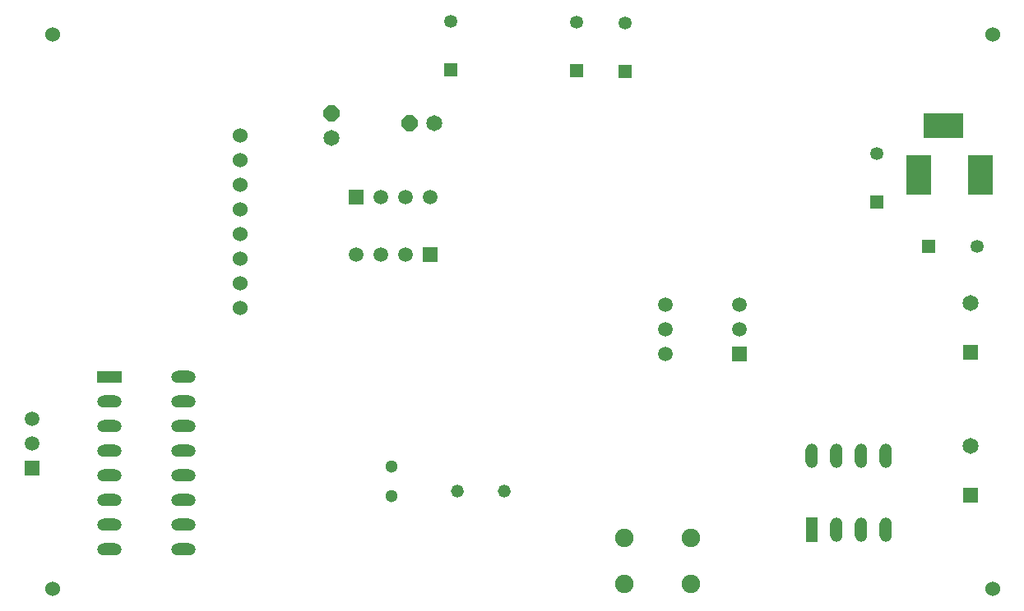
<source format=gbr>
G04*
G04 #@! TF.GenerationSoftware,Altium Limited,Altium Designer,22.4.2 (48)*
G04*
G04 Layer_Color=255*
%FSLAX25Y25*%
%MOIN*%
G70*
G04*
G04 #@! TF.SameCoordinates,F61A7644-D23D-4A37-B683-A49046494346*
G04*
G04*
G04 #@! TF.FilePolarity,Positive*
G04*
G01*
G75*
%ADD59C,0.06000*%
%ADD70C,0.06496*%
%ADD71R,0.06496X0.06496*%
%ADD72R,0.05906X0.05906*%
%ADD73C,0.05906*%
%ADD74C,0.05315*%
%ADD75R,0.05315X0.05315*%
%ADD76O,0.10000X0.05000*%
%ADD77R,0.10000X0.05000*%
%ADD78C,0.07500*%
%ADD79O,0.05000X0.10000*%
%ADD80R,0.05000X0.10000*%
%ADD81C,0.05200*%
%ADD82C,0.05118*%
%ADD83R,0.05906X0.05906*%
%ADD84R,0.05315X0.05315*%
%ADD85R,0.16000X0.10000*%
%ADD86R,0.10000X0.16000*%
%ADD87C,0.06500*%
%ADD88P,0.07036X8X292.5*%
%ADD89P,0.07036X8X22.5*%
D59*
X96169Y204180D02*
D03*
Y194180D02*
D03*
Y184180D02*
D03*
Y174180D02*
D03*
Y164180D02*
D03*
Y154180D02*
D03*
Y144180D02*
D03*
Y134180D02*
D03*
X20000Y20012D02*
D03*
Y245012D02*
D03*
X401000Y20012D02*
D03*
Y245012D02*
D03*
D70*
X392000Y136012D02*
D03*
Y78012D02*
D03*
D71*
Y116012D02*
D03*
Y58012D02*
D03*
D72*
X298584Y115287D02*
D03*
X143169Y179180D02*
D03*
X173169Y155750D02*
D03*
D73*
X298584Y125287D02*
D03*
Y135287D02*
D03*
X268584Y115287D02*
D03*
Y125287D02*
D03*
Y135287D02*
D03*
X11669Y79180D02*
D03*
Y89180D02*
D03*
X173169Y179180D02*
D03*
X163169D02*
D03*
X153169D02*
D03*
X143169Y155750D02*
D03*
X153169D02*
D03*
X163169D02*
D03*
D74*
X394686Y159012D02*
D03*
X252000Y249854D02*
D03*
X232501Y250197D02*
D03*
X354000Y196854D02*
D03*
X181500Y250512D02*
D03*
D75*
X375000Y159012D02*
D03*
D76*
X73116Y36209D02*
D03*
Y46209D02*
D03*
Y56209D02*
D03*
Y66209D02*
D03*
Y76209D02*
D03*
Y86209D02*
D03*
Y96209D02*
D03*
Y106209D02*
D03*
X43116Y36209D02*
D03*
Y46209D02*
D03*
Y56209D02*
D03*
Y66209D02*
D03*
Y76209D02*
D03*
Y86209D02*
D03*
Y96209D02*
D03*
D77*
Y106209D02*
D03*
D78*
X278969Y21980D02*
D03*
X251869Y40780D02*
D03*
Y21980D02*
D03*
X278969Y40780D02*
D03*
D79*
X357669Y74180D02*
D03*
X347669D02*
D03*
X337669D02*
D03*
X327669D02*
D03*
X357669Y44180D02*
D03*
X347669D02*
D03*
X337669D02*
D03*
D80*
X327669D02*
D03*
D81*
X184169Y59680D02*
D03*
X203169D02*
D03*
D82*
X157636Y57680D02*
D03*
Y69885D02*
D03*
D83*
X11669Y69180D02*
D03*
D84*
X252000Y230169D02*
D03*
X232500Y230512D02*
D03*
X354000Y177169D02*
D03*
X181500Y230827D02*
D03*
D85*
X381000Y208012D02*
D03*
D86*
X396000Y188012D02*
D03*
X371000D02*
D03*
D87*
X133000Y203012D02*
D03*
X174912Y208967D02*
D03*
D88*
X133000Y213012D02*
D03*
D89*
X164912Y208967D02*
D03*
M02*

</source>
